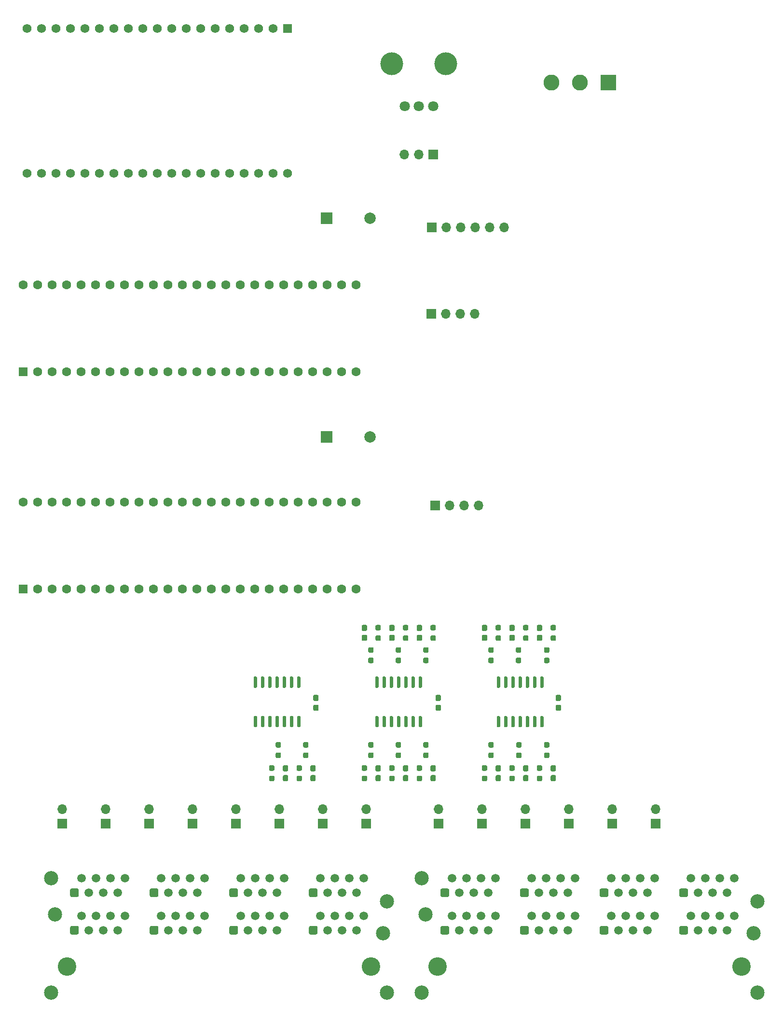
<source format=gbs>
%TF.GenerationSoftware,KiCad,Pcbnew,(5.1.9-0-10_14)*%
%TF.CreationDate,2021-06-23T09:28:56+02:00*%
%TF.ProjectId,MechanicalTheatre,4d656368-616e-4696-9361-6c5468656174,rev?*%
%TF.SameCoordinates,Original*%
%TF.FileFunction,Soldermask,Bot*%
%TF.FilePolarity,Negative*%
%FSLAX46Y46*%
G04 Gerber Fmt 4.6, Leading zero omitted, Abs format (unit mm)*
G04 Created by KiCad (PCBNEW (5.1.9-0-10_14)) date 2021-06-23 09:28:56*
%MOMM*%
%LPD*%
G01*
G04 APERTURE LIST*
%ADD10C,2.500000*%
%ADD11C,1.500000*%
%ADD12C,3.250000*%
%ADD13O,1.700000X1.700000*%
%ADD14R,1.700000X1.700000*%
%ADD15C,1.600000*%
%ADD16R,1.600000X1.600000*%
%ADD17C,1.560000*%
%ADD18R,1.560000X1.560000*%
%ADD19C,4.000000*%
%ADD20C,1.800000*%
%ADD21C,2.800000*%
%ADD22R,2.800000X2.800000*%
%ADD23C,2.000000*%
%ADD24R,2.000000X2.000000*%
G04 APERTURE END LIST*
D10*
%TO.C,J12*%
X163460000Y-219570000D03*
X104540000Y-219570000D03*
X104540000Y-199540000D03*
X163460000Y-203600000D03*
X105205000Y-205850000D03*
D11*
X159390000Y-199540000D03*
X158130000Y-202080000D03*
X156850000Y-199540000D03*
X155590000Y-202080000D03*
X154310000Y-199540000D03*
X153050000Y-202080000D03*
X151770000Y-199540000D03*
G36*
G01*
X149760000Y-202579500D02*
X149760000Y-201580500D01*
G75*
G02*
X150010500Y-201330000I250500J0D01*
G01*
X151009500Y-201330000D01*
G75*
G02*
X151260000Y-201580500I0J-250500D01*
G01*
X151260000Y-202579500D01*
G75*
G02*
X151009500Y-202830000I-250500J0D01*
G01*
X150010500Y-202830000D01*
G75*
G02*
X149760000Y-202579500I0J250500D01*
G01*
G37*
X111140000Y-202080000D03*
G36*
G01*
X107850000Y-202579500D02*
X107850000Y-201580500D01*
G75*
G02*
X108100500Y-201330000I250500J0D01*
G01*
X109099500Y-201330000D01*
G75*
G02*
X109350000Y-201580500I0J-250500D01*
G01*
X109350000Y-202579500D01*
G75*
G02*
X109099500Y-202830000I-250500J0D01*
G01*
X108100500Y-202830000D01*
G75*
G02*
X107850000Y-202579500I0J250500D01*
G01*
G37*
X112400000Y-199540000D03*
X117480000Y-199540000D03*
X109860000Y-199540000D03*
X113680000Y-202080000D03*
X114940000Y-199540000D03*
X116220000Y-202080000D03*
X123830000Y-199540000D03*
X131450000Y-199540000D03*
X126370000Y-199540000D03*
G36*
G01*
X121820000Y-202579500D02*
X121820000Y-201580500D01*
G75*
G02*
X122070500Y-201330000I250500J0D01*
G01*
X123069500Y-201330000D01*
G75*
G02*
X123320000Y-201580500I0J-250500D01*
G01*
X123320000Y-202579500D01*
G75*
G02*
X123069500Y-202830000I-250500J0D01*
G01*
X122070500Y-202830000D01*
G75*
G02*
X121820000Y-202579500I0J250500D01*
G01*
G37*
X125110000Y-202080000D03*
X130190000Y-202080000D03*
X128910000Y-199540000D03*
X127650000Y-202080000D03*
X137800000Y-199540000D03*
X145420000Y-199540000D03*
X140340000Y-199540000D03*
G36*
G01*
X135790000Y-202579500D02*
X135790000Y-201580500D01*
G75*
G02*
X136040500Y-201330000I250500J0D01*
G01*
X137039500Y-201330000D01*
G75*
G02*
X137290000Y-201580500I0J-250500D01*
G01*
X137290000Y-202579500D01*
G75*
G02*
X137039500Y-202830000I-250500J0D01*
G01*
X136040500Y-202830000D01*
G75*
G02*
X135790000Y-202579500I0J250500D01*
G01*
G37*
X139080000Y-202080000D03*
X144160000Y-202080000D03*
X142880000Y-199540000D03*
X141620000Y-202080000D03*
X141620000Y-208650000D03*
X142880000Y-206110000D03*
X144160000Y-208650000D03*
X139080000Y-208650000D03*
G36*
G01*
X135790000Y-209149500D02*
X135790000Y-208150500D01*
G75*
G02*
X136040500Y-207900000I250500J0D01*
G01*
X137039500Y-207900000D01*
G75*
G02*
X137290000Y-208150500I0J-250500D01*
G01*
X137290000Y-209149500D01*
G75*
G02*
X137039500Y-209400000I-250500J0D01*
G01*
X136040500Y-209400000D01*
G75*
G02*
X135790000Y-209149500I0J250500D01*
G01*
G37*
X140340000Y-206110000D03*
X145420000Y-206110000D03*
X137800000Y-206110000D03*
X127650000Y-208650000D03*
X128910000Y-206110000D03*
X130190000Y-208650000D03*
X125110000Y-208650000D03*
G36*
G01*
X121820000Y-209149500D02*
X121820000Y-208150500D01*
G75*
G02*
X122070500Y-207900000I250500J0D01*
G01*
X123069500Y-207900000D01*
G75*
G02*
X123320000Y-208150500I0J-250500D01*
G01*
X123320000Y-209149500D01*
G75*
G02*
X123069500Y-209400000I-250500J0D01*
G01*
X122070500Y-209400000D01*
G75*
G02*
X121820000Y-209149500I0J250500D01*
G01*
G37*
X126370000Y-206110000D03*
X131450000Y-206110000D03*
X123830000Y-206110000D03*
X109860000Y-206110000D03*
X117480000Y-206110000D03*
X112400000Y-206110000D03*
G36*
G01*
X107850000Y-209149500D02*
X107850000Y-208150500D01*
G75*
G02*
X108100500Y-207900000I250500J0D01*
G01*
X109099500Y-207900000D01*
G75*
G02*
X109350000Y-208150500I0J-250500D01*
G01*
X109350000Y-209149500D01*
G75*
G02*
X109099500Y-209400000I-250500J0D01*
G01*
X108100500Y-209400000D01*
G75*
G02*
X107850000Y-209149500I0J250500D01*
G01*
G37*
X111140000Y-208650000D03*
X116220000Y-208650000D03*
X114940000Y-206110000D03*
X113680000Y-208650000D03*
G36*
G01*
X149760000Y-209149500D02*
X149760000Y-208150500D01*
G75*
G02*
X150010500Y-207900000I250500J0D01*
G01*
X151009500Y-207900000D01*
G75*
G02*
X151260000Y-208150500I0J-250500D01*
G01*
X151260000Y-209149500D01*
G75*
G02*
X151009500Y-209400000I-250500J0D01*
G01*
X150010500Y-209400000D01*
G75*
G02*
X149760000Y-209149500I0J250500D01*
G01*
G37*
X151770000Y-206110000D03*
X153050000Y-208650000D03*
X154310000Y-206110000D03*
X155590000Y-208650000D03*
X156850000Y-206110000D03*
X158130000Y-208650000D03*
X159390000Y-206110000D03*
D10*
X162795000Y-209150000D03*
D12*
X107330000Y-215000000D03*
X160670000Y-215000000D03*
%TD*%
%TO.C,R18*%
G36*
G01*
X120158500Y-181546000D02*
X120633500Y-181546000D01*
G75*
G02*
X120871000Y-181783500I0J-237500D01*
G01*
X120871000Y-182283500D01*
G75*
G02*
X120633500Y-182521000I-237500J0D01*
G01*
X120158500Y-182521000D01*
G75*
G02*
X119921000Y-182283500I0J237500D01*
G01*
X119921000Y-181783500D01*
G75*
G02*
X120158500Y-181546000I237500J0D01*
G01*
G37*
G36*
G01*
X120158500Y-179721000D02*
X120633500Y-179721000D01*
G75*
G02*
X120871000Y-179958500I0J-237500D01*
G01*
X120871000Y-180458500D01*
G75*
G02*
X120633500Y-180696000I-237500J0D01*
G01*
X120158500Y-180696000D01*
G75*
G02*
X119921000Y-180458500I0J237500D01*
G01*
X119921000Y-179958500D01*
G75*
G02*
X120158500Y-179721000I237500J0D01*
G01*
G37*
%TD*%
%TO.C,R19*%
G36*
G01*
X121364500Y-177482000D02*
X121839500Y-177482000D01*
G75*
G02*
X122077000Y-177719500I0J-237500D01*
G01*
X122077000Y-178219500D01*
G75*
G02*
X121839500Y-178457000I-237500J0D01*
G01*
X121364500Y-178457000D01*
G75*
G02*
X121127000Y-178219500I0J237500D01*
G01*
X121127000Y-177719500D01*
G75*
G02*
X121364500Y-177482000I237500J0D01*
G01*
G37*
G36*
G01*
X121364500Y-175657000D02*
X121839500Y-175657000D01*
G75*
G02*
X122077000Y-175894500I0J-237500D01*
G01*
X122077000Y-176394500D01*
G75*
G02*
X121839500Y-176632000I-237500J0D01*
G01*
X121364500Y-176632000D01*
G75*
G02*
X121127000Y-176394500I0J237500D01*
G01*
X121127000Y-175894500D01*
G75*
G02*
X121364500Y-175657000I237500J0D01*
G01*
G37*
%TD*%
D13*
%TO.C,J23*%
X56660000Y-187420000D03*
D14*
X56660000Y-189960000D03*
%TD*%
D13*
%TO.C,J22*%
X145560000Y-187420000D03*
D14*
X145560000Y-189960000D03*
%TD*%
D13*
%TO.C,J21*%
X137940000Y-187420000D03*
D14*
X137940000Y-189960000D03*
%TD*%
D13*
%TO.C,J20*%
X130320000Y-187420000D03*
D14*
X130320000Y-189960000D03*
%TD*%
D13*
%TO.C,J19*%
X122700000Y-187420000D03*
D14*
X122700000Y-189960000D03*
%TD*%
D13*
%TO.C,J18*%
X94760000Y-187420000D03*
D14*
X94760000Y-189960000D03*
%TD*%
D13*
%TO.C,J17*%
X107460000Y-187420000D03*
D14*
X107460000Y-189960000D03*
%TD*%
D13*
%TO.C,J16*%
X115080000Y-187420000D03*
D14*
X115080000Y-189960000D03*
%TD*%
D13*
%TO.C,J15*%
X87140000Y-187420000D03*
D14*
X87140000Y-189960000D03*
%TD*%
D13*
%TO.C,J14*%
X79520000Y-187420000D03*
D14*
X79520000Y-189960000D03*
%TD*%
D13*
%TO.C,J13*%
X71900000Y-187420000D03*
D14*
X71900000Y-189960000D03*
%TD*%
D13*
%TO.C,J10*%
X41420000Y-187420000D03*
D14*
X41420000Y-189960000D03*
%TD*%
D13*
%TO.C,J9*%
X101473000Y-72583000D03*
X104013000Y-72583000D03*
D14*
X106553000Y-72583000D03*
%TD*%
D13*
%TO.C,J8*%
X113820000Y-100540000D03*
X111280000Y-100540000D03*
X108740000Y-100540000D03*
D14*
X106200000Y-100540000D03*
%TD*%
D13*
%TO.C,J7*%
X114554000Y-134178000D03*
X112014000Y-134178000D03*
X109474000Y-134178000D03*
D14*
X106934000Y-134178000D03*
%TD*%
D13*
%TO.C,J4*%
X118999000Y-85410000D03*
X116459000Y-85410000D03*
X113919000Y-85410000D03*
X111379000Y-85410000D03*
X108839000Y-85410000D03*
D14*
X106299000Y-85410000D03*
%TD*%
D13*
%TO.C,J3*%
X64280000Y-187420000D03*
D14*
X64280000Y-189960000D03*
%TD*%
D13*
%TO.C,J2*%
X49040000Y-187420000D03*
D14*
X49040000Y-189960000D03*
%TD*%
D15*
%TO.C,U15*%
X34610000Y-95500000D03*
X37150000Y-95500000D03*
X39690000Y-95500000D03*
X42230000Y-95500000D03*
X44770000Y-95500000D03*
X47310000Y-95500000D03*
X49850000Y-95500000D03*
X52390000Y-95500000D03*
X54930000Y-95500000D03*
X57470000Y-95500000D03*
X60010000Y-95500000D03*
X62550000Y-95500000D03*
X65090000Y-95500000D03*
X67630000Y-95500000D03*
D16*
X34610000Y-110740000D03*
D15*
X37150000Y-110740000D03*
X39690000Y-110740000D03*
X42230000Y-110740000D03*
X44770000Y-110740000D03*
X47310000Y-110740000D03*
X49850000Y-110740000D03*
X52390000Y-110740000D03*
X54930000Y-110740000D03*
X57470000Y-110740000D03*
X60010000Y-110740000D03*
X62550000Y-110740000D03*
X65090000Y-110740000D03*
X70170000Y-95500000D03*
X72710000Y-95500000D03*
X75250000Y-95500000D03*
X77790000Y-95500000D03*
X80330000Y-95500000D03*
X82870000Y-95500000D03*
X85410000Y-95500000D03*
X87950000Y-95500000D03*
X90490000Y-95500000D03*
X93030000Y-95500000D03*
X93030000Y-110740000D03*
X90490000Y-110740000D03*
X87950000Y-110740000D03*
X85410000Y-110740000D03*
X67630000Y-110740000D03*
X70170000Y-110740000D03*
X72710000Y-110740000D03*
X82870000Y-110740000D03*
X80330000Y-110740000D03*
X77790000Y-110740000D03*
X75250000Y-110740000D03*
%TD*%
%TO.C,U14*%
G36*
G01*
X83130000Y-166141000D02*
X82830000Y-166141000D01*
G75*
G02*
X82680000Y-165991000I0J150000D01*
G01*
X82680000Y-164316000D01*
G75*
G02*
X82830000Y-164166000I150000J0D01*
G01*
X83130000Y-164166000D01*
G75*
G02*
X83280000Y-164316000I0J-150000D01*
G01*
X83280000Y-165991000D01*
G75*
G02*
X83130000Y-166141000I-150000J0D01*
G01*
G37*
G36*
G01*
X81860000Y-166141000D02*
X81560000Y-166141000D01*
G75*
G02*
X81410000Y-165991000I0J150000D01*
G01*
X81410000Y-164316000D01*
G75*
G02*
X81560000Y-164166000I150000J0D01*
G01*
X81860000Y-164166000D01*
G75*
G02*
X82010000Y-164316000I0J-150000D01*
G01*
X82010000Y-165991000D01*
G75*
G02*
X81860000Y-166141000I-150000J0D01*
G01*
G37*
G36*
G01*
X80590000Y-166141000D02*
X80290000Y-166141000D01*
G75*
G02*
X80140000Y-165991000I0J150000D01*
G01*
X80140000Y-164316000D01*
G75*
G02*
X80290000Y-164166000I150000J0D01*
G01*
X80590000Y-164166000D01*
G75*
G02*
X80740000Y-164316000I0J-150000D01*
G01*
X80740000Y-165991000D01*
G75*
G02*
X80590000Y-166141000I-150000J0D01*
G01*
G37*
G36*
G01*
X79320000Y-166141000D02*
X79020000Y-166141000D01*
G75*
G02*
X78870000Y-165991000I0J150000D01*
G01*
X78870000Y-164316000D01*
G75*
G02*
X79020000Y-164166000I150000J0D01*
G01*
X79320000Y-164166000D01*
G75*
G02*
X79470000Y-164316000I0J-150000D01*
G01*
X79470000Y-165991000D01*
G75*
G02*
X79320000Y-166141000I-150000J0D01*
G01*
G37*
G36*
G01*
X78050000Y-166141000D02*
X77750000Y-166141000D01*
G75*
G02*
X77600000Y-165991000I0J150000D01*
G01*
X77600000Y-164316000D01*
G75*
G02*
X77750000Y-164166000I150000J0D01*
G01*
X78050000Y-164166000D01*
G75*
G02*
X78200000Y-164316000I0J-150000D01*
G01*
X78200000Y-165991000D01*
G75*
G02*
X78050000Y-166141000I-150000J0D01*
G01*
G37*
G36*
G01*
X76780000Y-166141000D02*
X76480000Y-166141000D01*
G75*
G02*
X76330000Y-165991000I0J150000D01*
G01*
X76330000Y-164316000D01*
G75*
G02*
X76480000Y-164166000I150000J0D01*
G01*
X76780000Y-164166000D01*
G75*
G02*
X76930000Y-164316000I0J-150000D01*
G01*
X76930000Y-165991000D01*
G75*
G02*
X76780000Y-166141000I-150000J0D01*
G01*
G37*
G36*
G01*
X75510000Y-166141000D02*
X75210000Y-166141000D01*
G75*
G02*
X75060000Y-165991000I0J150000D01*
G01*
X75060000Y-164316000D01*
G75*
G02*
X75210000Y-164166000I150000J0D01*
G01*
X75510000Y-164166000D01*
G75*
G02*
X75660000Y-164316000I0J-150000D01*
G01*
X75660000Y-165991000D01*
G75*
G02*
X75510000Y-166141000I-150000J0D01*
G01*
G37*
G36*
G01*
X75510000Y-173066000D02*
X75210000Y-173066000D01*
G75*
G02*
X75060000Y-172916000I0J150000D01*
G01*
X75060000Y-171241000D01*
G75*
G02*
X75210000Y-171091000I150000J0D01*
G01*
X75510000Y-171091000D01*
G75*
G02*
X75660000Y-171241000I0J-150000D01*
G01*
X75660000Y-172916000D01*
G75*
G02*
X75510000Y-173066000I-150000J0D01*
G01*
G37*
G36*
G01*
X76780000Y-173066000D02*
X76480000Y-173066000D01*
G75*
G02*
X76330000Y-172916000I0J150000D01*
G01*
X76330000Y-171241000D01*
G75*
G02*
X76480000Y-171091000I150000J0D01*
G01*
X76780000Y-171091000D01*
G75*
G02*
X76930000Y-171241000I0J-150000D01*
G01*
X76930000Y-172916000D01*
G75*
G02*
X76780000Y-173066000I-150000J0D01*
G01*
G37*
G36*
G01*
X78050000Y-173066000D02*
X77750000Y-173066000D01*
G75*
G02*
X77600000Y-172916000I0J150000D01*
G01*
X77600000Y-171241000D01*
G75*
G02*
X77750000Y-171091000I150000J0D01*
G01*
X78050000Y-171091000D01*
G75*
G02*
X78200000Y-171241000I0J-150000D01*
G01*
X78200000Y-172916000D01*
G75*
G02*
X78050000Y-173066000I-150000J0D01*
G01*
G37*
G36*
G01*
X79320000Y-173066000D02*
X79020000Y-173066000D01*
G75*
G02*
X78870000Y-172916000I0J150000D01*
G01*
X78870000Y-171241000D01*
G75*
G02*
X79020000Y-171091000I150000J0D01*
G01*
X79320000Y-171091000D01*
G75*
G02*
X79470000Y-171241000I0J-150000D01*
G01*
X79470000Y-172916000D01*
G75*
G02*
X79320000Y-173066000I-150000J0D01*
G01*
G37*
G36*
G01*
X80590000Y-173066000D02*
X80290000Y-173066000D01*
G75*
G02*
X80140000Y-172916000I0J150000D01*
G01*
X80140000Y-171241000D01*
G75*
G02*
X80290000Y-171091000I150000J0D01*
G01*
X80590000Y-171091000D01*
G75*
G02*
X80740000Y-171241000I0J-150000D01*
G01*
X80740000Y-172916000D01*
G75*
G02*
X80590000Y-173066000I-150000J0D01*
G01*
G37*
G36*
G01*
X81860000Y-173066000D02*
X81560000Y-173066000D01*
G75*
G02*
X81410000Y-172916000I0J150000D01*
G01*
X81410000Y-171241000D01*
G75*
G02*
X81560000Y-171091000I150000J0D01*
G01*
X81860000Y-171091000D01*
G75*
G02*
X82010000Y-171241000I0J-150000D01*
G01*
X82010000Y-172916000D01*
G75*
G02*
X81860000Y-173066000I-150000J0D01*
G01*
G37*
G36*
G01*
X83130000Y-173066000D02*
X82830000Y-173066000D01*
G75*
G02*
X82680000Y-172916000I0J150000D01*
G01*
X82680000Y-171241000D01*
G75*
G02*
X82830000Y-171091000I150000J0D01*
G01*
X83130000Y-171091000D01*
G75*
G02*
X83280000Y-171241000I0J-150000D01*
G01*
X83280000Y-172916000D01*
G75*
G02*
X83130000Y-173066000I-150000J0D01*
G01*
G37*
%TD*%
%TO.C,U10*%
G36*
G01*
X104456000Y-166141000D02*
X104156000Y-166141000D01*
G75*
G02*
X104006000Y-165991000I0J150000D01*
G01*
X104006000Y-164316000D01*
G75*
G02*
X104156000Y-164166000I150000J0D01*
G01*
X104456000Y-164166000D01*
G75*
G02*
X104606000Y-164316000I0J-150000D01*
G01*
X104606000Y-165991000D01*
G75*
G02*
X104456000Y-166141000I-150000J0D01*
G01*
G37*
G36*
G01*
X103186000Y-166141000D02*
X102886000Y-166141000D01*
G75*
G02*
X102736000Y-165991000I0J150000D01*
G01*
X102736000Y-164316000D01*
G75*
G02*
X102886000Y-164166000I150000J0D01*
G01*
X103186000Y-164166000D01*
G75*
G02*
X103336000Y-164316000I0J-150000D01*
G01*
X103336000Y-165991000D01*
G75*
G02*
X103186000Y-166141000I-150000J0D01*
G01*
G37*
G36*
G01*
X101916000Y-166141000D02*
X101616000Y-166141000D01*
G75*
G02*
X101466000Y-165991000I0J150000D01*
G01*
X101466000Y-164316000D01*
G75*
G02*
X101616000Y-164166000I150000J0D01*
G01*
X101916000Y-164166000D01*
G75*
G02*
X102066000Y-164316000I0J-150000D01*
G01*
X102066000Y-165991000D01*
G75*
G02*
X101916000Y-166141000I-150000J0D01*
G01*
G37*
G36*
G01*
X100646000Y-166141000D02*
X100346000Y-166141000D01*
G75*
G02*
X100196000Y-165991000I0J150000D01*
G01*
X100196000Y-164316000D01*
G75*
G02*
X100346000Y-164166000I150000J0D01*
G01*
X100646000Y-164166000D01*
G75*
G02*
X100796000Y-164316000I0J-150000D01*
G01*
X100796000Y-165991000D01*
G75*
G02*
X100646000Y-166141000I-150000J0D01*
G01*
G37*
G36*
G01*
X99376000Y-166141000D02*
X99076000Y-166141000D01*
G75*
G02*
X98926000Y-165991000I0J150000D01*
G01*
X98926000Y-164316000D01*
G75*
G02*
X99076000Y-164166000I150000J0D01*
G01*
X99376000Y-164166000D01*
G75*
G02*
X99526000Y-164316000I0J-150000D01*
G01*
X99526000Y-165991000D01*
G75*
G02*
X99376000Y-166141000I-150000J0D01*
G01*
G37*
G36*
G01*
X98106000Y-166141000D02*
X97806000Y-166141000D01*
G75*
G02*
X97656000Y-165991000I0J150000D01*
G01*
X97656000Y-164316000D01*
G75*
G02*
X97806000Y-164166000I150000J0D01*
G01*
X98106000Y-164166000D01*
G75*
G02*
X98256000Y-164316000I0J-150000D01*
G01*
X98256000Y-165991000D01*
G75*
G02*
X98106000Y-166141000I-150000J0D01*
G01*
G37*
G36*
G01*
X96836000Y-166141000D02*
X96536000Y-166141000D01*
G75*
G02*
X96386000Y-165991000I0J150000D01*
G01*
X96386000Y-164316000D01*
G75*
G02*
X96536000Y-164166000I150000J0D01*
G01*
X96836000Y-164166000D01*
G75*
G02*
X96986000Y-164316000I0J-150000D01*
G01*
X96986000Y-165991000D01*
G75*
G02*
X96836000Y-166141000I-150000J0D01*
G01*
G37*
G36*
G01*
X96836000Y-173066000D02*
X96536000Y-173066000D01*
G75*
G02*
X96386000Y-172916000I0J150000D01*
G01*
X96386000Y-171241000D01*
G75*
G02*
X96536000Y-171091000I150000J0D01*
G01*
X96836000Y-171091000D01*
G75*
G02*
X96986000Y-171241000I0J-150000D01*
G01*
X96986000Y-172916000D01*
G75*
G02*
X96836000Y-173066000I-150000J0D01*
G01*
G37*
G36*
G01*
X98106000Y-173066000D02*
X97806000Y-173066000D01*
G75*
G02*
X97656000Y-172916000I0J150000D01*
G01*
X97656000Y-171241000D01*
G75*
G02*
X97806000Y-171091000I150000J0D01*
G01*
X98106000Y-171091000D01*
G75*
G02*
X98256000Y-171241000I0J-150000D01*
G01*
X98256000Y-172916000D01*
G75*
G02*
X98106000Y-173066000I-150000J0D01*
G01*
G37*
G36*
G01*
X99376000Y-173066000D02*
X99076000Y-173066000D01*
G75*
G02*
X98926000Y-172916000I0J150000D01*
G01*
X98926000Y-171241000D01*
G75*
G02*
X99076000Y-171091000I150000J0D01*
G01*
X99376000Y-171091000D01*
G75*
G02*
X99526000Y-171241000I0J-150000D01*
G01*
X99526000Y-172916000D01*
G75*
G02*
X99376000Y-173066000I-150000J0D01*
G01*
G37*
G36*
G01*
X100646000Y-173066000D02*
X100346000Y-173066000D01*
G75*
G02*
X100196000Y-172916000I0J150000D01*
G01*
X100196000Y-171241000D01*
G75*
G02*
X100346000Y-171091000I150000J0D01*
G01*
X100646000Y-171091000D01*
G75*
G02*
X100796000Y-171241000I0J-150000D01*
G01*
X100796000Y-172916000D01*
G75*
G02*
X100646000Y-173066000I-150000J0D01*
G01*
G37*
G36*
G01*
X101916000Y-173066000D02*
X101616000Y-173066000D01*
G75*
G02*
X101466000Y-172916000I0J150000D01*
G01*
X101466000Y-171241000D01*
G75*
G02*
X101616000Y-171091000I150000J0D01*
G01*
X101916000Y-171091000D01*
G75*
G02*
X102066000Y-171241000I0J-150000D01*
G01*
X102066000Y-172916000D01*
G75*
G02*
X101916000Y-173066000I-150000J0D01*
G01*
G37*
G36*
G01*
X103186000Y-173066000D02*
X102886000Y-173066000D01*
G75*
G02*
X102736000Y-172916000I0J150000D01*
G01*
X102736000Y-171241000D01*
G75*
G02*
X102886000Y-171091000I150000J0D01*
G01*
X103186000Y-171091000D01*
G75*
G02*
X103336000Y-171241000I0J-150000D01*
G01*
X103336000Y-172916000D01*
G75*
G02*
X103186000Y-173066000I-150000J0D01*
G01*
G37*
G36*
G01*
X104456000Y-173066000D02*
X104156000Y-173066000D01*
G75*
G02*
X104006000Y-172916000I0J150000D01*
G01*
X104006000Y-171241000D01*
G75*
G02*
X104156000Y-171091000I150000J0D01*
G01*
X104456000Y-171091000D01*
G75*
G02*
X104606000Y-171241000I0J-150000D01*
G01*
X104606000Y-172916000D01*
G75*
G02*
X104456000Y-173066000I-150000J0D01*
G01*
G37*
%TD*%
%TO.C,U6*%
G36*
G01*
X125781000Y-166141000D02*
X125481000Y-166141000D01*
G75*
G02*
X125331000Y-165991000I0J150000D01*
G01*
X125331000Y-164316000D01*
G75*
G02*
X125481000Y-164166000I150000J0D01*
G01*
X125781000Y-164166000D01*
G75*
G02*
X125931000Y-164316000I0J-150000D01*
G01*
X125931000Y-165991000D01*
G75*
G02*
X125781000Y-166141000I-150000J0D01*
G01*
G37*
G36*
G01*
X124511000Y-166141000D02*
X124211000Y-166141000D01*
G75*
G02*
X124061000Y-165991000I0J150000D01*
G01*
X124061000Y-164316000D01*
G75*
G02*
X124211000Y-164166000I150000J0D01*
G01*
X124511000Y-164166000D01*
G75*
G02*
X124661000Y-164316000I0J-150000D01*
G01*
X124661000Y-165991000D01*
G75*
G02*
X124511000Y-166141000I-150000J0D01*
G01*
G37*
G36*
G01*
X123241000Y-166141000D02*
X122941000Y-166141000D01*
G75*
G02*
X122791000Y-165991000I0J150000D01*
G01*
X122791000Y-164316000D01*
G75*
G02*
X122941000Y-164166000I150000J0D01*
G01*
X123241000Y-164166000D01*
G75*
G02*
X123391000Y-164316000I0J-150000D01*
G01*
X123391000Y-165991000D01*
G75*
G02*
X123241000Y-166141000I-150000J0D01*
G01*
G37*
G36*
G01*
X121971000Y-166141000D02*
X121671000Y-166141000D01*
G75*
G02*
X121521000Y-165991000I0J150000D01*
G01*
X121521000Y-164316000D01*
G75*
G02*
X121671000Y-164166000I150000J0D01*
G01*
X121971000Y-164166000D01*
G75*
G02*
X122121000Y-164316000I0J-150000D01*
G01*
X122121000Y-165991000D01*
G75*
G02*
X121971000Y-166141000I-150000J0D01*
G01*
G37*
G36*
G01*
X120701000Y-166141000D02*
X120401000Y-166141000D01*
G75*
G02*
X120251000Y-165991000I0J150000D01*
G01*
X120251000Y-164316000D01*
G75*
G02*
X120401000Y-164166000I150000J0D01*
G01*
X120701000Y-164166000D01*
G75*
G02*
X120851000Y-164316000I0J-150000D01*
G01*
X120851000Y-165991000D01*
G75*
G02*
X120701000Y-166141000I-150000J0D01*
G01*
G37*
G36*
G01*
X119431000Y-166141000D02*
X119131000Y-166141000D01*
G75*
G02*
X118981000Y-165991000I0J150000D01*
G01*
X118981000Y-164316000D01*
G75*
G02*
X119131000Y-164166000I150000J0D01*
G01*
X119431000Y-164166000D01*
G75*
G02*
X119581000Y-164316000I0J-150000D01*
G01*
X119581000Y-165991000D01*
G75*
G02*
X119431000Y-166141000I-150000J0D01*
G01*
G37*
G36*
G01*
X118161000Y-166141000D02*
X117861000Y-166141000D01*
G75*
G02*
X117711000Y-165991000I0J150000D01*
G01*
X117711000Y-164316000D01*
G75*
G02*
X117861000Y-164166000I150000J0D01*
G01*
X118161000Y-164166000D01*
G75*
G02*
X118311000Y-164316000I0J-150000D01*
G01*
X118311000Y-165991000D01*
G75*
G02*
X118161000Y-166141000I-150000J0D01*
G01*
G37*
G36*
G01*
X118161000Y-173066000D02*
X117861000Y-173066000D01*
G75*
G02*
X117711000Y-172916000I0J150000D01*
G01*
X117711000Y-171241000D01*
G75*
G02*
X117861000Y-171091000I150000J0D01*
G01*
X118161000Y-171091000D01*
G75*
G02*
X118311000Y-171241000I0J-150000D01*
G01*
X118311000Y-172916000D01*
G75*
G02*
X118161000Y-173066000I-150000J0D01*
G01*
G37*
G36*
G01*
X119431000Y-173066000D02*
X119131000Y-173066000D01*
G75*
G02*
X118981000Y-172916000I0J150000D01*
G01*
X118981000Y-171241000D01*
G75*
G02*
X119131000Y-171091000I150000J0D01*
G01*
X119431000Y-171091000D01*
G75*
G02*
X119581000Y-171241000I0J-150000D01*
G01*
X119581000Y-172916000D01*
G75*
G02*
X119431000Y-173066000I-150000J0D01*
G01*
G37*
G36*
G01*
X120701000Y-173066000D02*
X120401000Y-173066000D01*
G75*
G02*
X120251000Y-172916000I0J150000D01*
G01*
X120251000Y-171241000D01*
G75*
G02*
X120401000Y-171091000I150000J0D01*
G01*
X120701000Y-171091000D01*
G75*
G02*
X120851000Y-171241000I0J-150000D01*
G01*
X120851000Y-172916000D01*
G75*
G02*
X120701000Y-173066000I-150000J0D01*
G01*
G37*
G36*
G01*
X121971000Y-173066000D02*
X121671000Y-173066000D01*
G75*
G02*
X121521000Y-172916000I0J150000D01*
G01*
X121521000Y-171241000D01*
G75*
G02*
X121671000Y-171091000I150000J0D01*
G01*
X121971000Y-171091000D01*
G75*
G02*
X122121000Y-171241000I0J-150000D01*
G01*
X122121000Y-172916000D01*
G75*
G02*
X121971000Y-173066000I-150000J0D01*
G01*
G37*
G36*
G01*
X123241000Y-173066000D02*
X122941000Y-173066000D01*
G75*
G02*
X122791000Y-172916000I0J150000D01*
G01*
X122791000Y-171241000D01*
G75*
G02*
X122941000Y-171091000I150000J0D01*
G01*
X123241000Y-171091000D01*
G75*
G02*
X123391000Y-171241000I0J-150000D01*
G01*
X123391000Y-172916000D01*
G75*
G02*
X123241000Y-173066000I-150000J0D01*
G01*
G37*
G36*
G01*
X124511000Y-173066000D02*
X124211000Y-173066000D01*
G75*
G02*
X124061000Y-172916000I0J150000D01*
G01*
X124061000Y-171241000D01*
G75*
G02*
X124211000Y-171091000I150000J0D01*
G01*
X124511000Y-171091000D01*
G75*
G02*
X124661000Y-171241000I0J-150000D01*
G01*
X124661000Y-172916000D01*
G75*
G02*
X124511000Y-173066000I-150000J0D01*
G01*
G37*
G36*
G01*
X125781000Y-173066000D02*
X125481000Y-173066000D01*
G75*
G02*
X125331000Y-172916000I0J150000D01*
G01*
X125331000Y-171241000D01*
G75*
G02*
X125481000Y-171091000I150000J0D01*
G01*
X125781000Y-171091000D01*
G75*
G02*
X125931000Y-171241000I0J-150000D01*
G01*
X125931000Y-172916000D01*
G75*
G02*
X125781000Y-173066000I-150000J0D01*
G01*
G37*
%TD*%
D17*
%TO.C,U2*%
X35320000Y-75942000D03*
X37860000Y-75942000D03*
X40400000Y-75942000D03*
X42940000Y-75942000D03*
X45480000Y-75942000D03*
X48020000Y-75942000D03*
X50560000Y-75942000D03*
X53100000Y-75942000D03*
X55640000Y-75942000D03*
X58180000Y-75942000D03*
X60720000Y-75942000D03*
X63260000Y-75942000D03*
X65800000Y-75942000D03*
X68340000Y-75942000D03*
X70880000Y-75942000D03*
X73420000Y-75942000D03*
X75960000Y-75942000D03*
X78500000Y-75942000D03*
X81040000Y-75942000D03*
X37860000Y-50542000D03*
X40400000Y-50542000D03*
X42940000Y-50542000D03*
X45480000Y-50542000D03*
X48020000Y-50542000D03*
X50560000Y-50542000D03*
X53100000Y-50542000D03*
X55640000Y-50542000D03*
X58180000Y-50542000D03*
X60720000Y-50542000D03*
X63260000Y-50542000D03*
X65800000Y-50542000D03*
X68340000Y-50542000D03*
X70880000Y-50542000D03*
X73420000Y-50542000D03*
X75960000Y-50542000D03*
X35320000Y-50542000D03*
X78500000Y-50542000D03*
D18*
X81040000Y-50542000D03*
%TD*%
D19*
%TO.C,RV1*%
X108802000Y-56673000D03*
X99302000Y-56673000D03*
D20*
X106552000Y-64173000D03*
X104052000Y-64173000D03*
X101552000Y-64173000D03*
%TD*%
%TO.C,R67*%
G36*
G01*
X79137500Y-177482000D02*
X79612500Y-177482000D01*
G75*
G02*
X79850000Y-177719500I0J-237500D01*
G01*
X79850000Y-178219500D01*
G75*
G02*
X79612500Y-178457000I-237500J0D01*
G01*
X79137500Y-178457000D01*
G75*
G02*
X78900000Y-178219500I0J237500D01*
G01*
X78900000Y-177719500D01*
G75*
G02*
X79137500Y-177482000I237500J0D01*
G01*
G37*
G36*
G01*
X79137500Y-175657000D02*
X79612500Y-175657000D01*
G75*
G02*
X79850000Y-175894500I0J-237500D01*
G01*
X79850000Y-176394500D01*
G75*
G02*
X79612500Y-176632000I-237500J0D01*
G01*
X79137500Y-176632000D01*
G75*
G02*
X78900000Y-176394500I0J237500D01*
G01*
X78900000Y-175894500D01*
G75*
G02*
X79137500Y-175657000I237500J0D01*
G01*
G37*
%TD*%
%TO.C,R66*%
G36*
G01*
X77994500Y-181546000D02*
X78469500Y-181546000D01*
G75*
G02*
X78707000Y-181783500I0J-237500D01*
G01*
X78707000Y-182283500D01*
G75*
G02*
X78469500Y-182521000I-237500J0D01*
G01*
X77994500Y-182521000D01*
G75*
G02*
X77757000Y-182283500I0J237500D01*
G01*
X77757000Y-181783500D01*
G75*
G02*
X77994500Y-181546000I237500J0D01*
G01*
G37*
G36*
G01*
X77994500Y-179721000D02*
X78469500Y-179721000D01*
G75*
G02*
X78707000Y-179958500I0J-237500D01*
G01*
X78707000Y-180458500D01*
G75*
G02*
X78469500Y-180696000I-237500J0D01*
G01*
X77994500Y-180696000D01*
G75*
G02*
X77757000Y-180458500I0J237500D01*
G01*
X77757000Y-179958500D01*
G75*
G02*
X77994500Y-179721000I237500J0D01*
G01*
G37*
%TD*%
%TO.C,R63*%
G36*
G01*
X83963500Y-177482000D02*
X84438500Y-177482000D01*
G75*
G02*
X84676000Y-177719500I0J-237500D01*
G01*
X84676000Y-178219500D01*
G75*
G02*
X84438500Y-178457000I-237500J0D01*
G01*
X83963500Y-178457000D01*
G75*
G02*
X83726000Y-178219500I0J237500D01*
G01*
X83726000Y-177719500D01*
G75*
G02*
X83963500Y-177482000I237500J0D01*
G01*
G37*
G36*
G01*
X83963500Y-175657000D02*
X84438500Y-175657000D01*
G75*
G02*
X84676000Y-175894500I0J-237500D01*
G01*
X84676000Y-176394500D01*
G75*
G02*
X84438500Y-176632000I-237500J0D01*
G01*
X83963500Y-176632000D01*
G75*
G02*
X83726000Y-176394500I0J237500D01*
G01*
X83726000Y-175894500D01*
G75*
G02*
X83963500Y-175657000I237500J0D01*
G01*
G37*
%TD*%
%TO.C,R62*%
G36*
G01*
X82820500Y-181546000D02*
X83295500Y-181546000D01*
G75*
G02*
X83533000Y-181783500I0J-237500D01*
G01*
X83533000Y-182283500D01*
G75*
G02*
X83295500Y-182521000I-237500J0D01*
G01*
X82820500Y-182521000D01*
G75*
G02*
X82583000Y-182283500I0J237500D01*
G01*
X82583000Y-181783500D01*
G75*
G02*
X82820500Y-181546000I237500J0D01*
G01*
G37*
G36*
G01*
X82820500Y-179721000D02*
X83295500Y-179721000D01*
G75*
G02*
X83533000Y-179958500I0J-237500D01*
G01*
X83533000Y-180458500D01*
G75*
G02*
X83295500Y-180696000I-237500J0D01*
G01*
X82820500Y-180696000D01*
G75*
G02*
X82583000Y-180458500I0J237500D01*
G01*
X82583000Y-179958500D01*
G75*
G02*
X82820500Y-179721000I237500J0D01*
G01*
G37*
%TD*%
%TO.C,R59*%
G36*
G01*
X105520500Y-159995000D02*
X105045500Y-159995000D01*
G75*
G02*
X104808000Y-159757500I0J237500D01*
G01*
X104808000Y-159257500D01*
G75*
G02*
X105045500Y-159020000I237500J0D01*
G01*
X105520500Y-159020000D01*
G75*
G02*
X105758000Y-159257500I0J-237500D01*
G01*
X105758000Y-159757500D01*
G75*
G02*
X105520500Y-159995000I-237500J0D01*
G01*
G37*
G36*
G01*
X105520500Y-161820000D02*
X105045500Y-161820000D01*
G75*
G02*
X104808000Y-161582500I0J237500D01*
G01*
X104808000Y-161082500D01*
G75*
G02*
X105045500Y-160845000I237500J0D01*
G01*
X105520500Y-160845000D01*
G75*
G02*
X105758000Y-161082500I0J-237500D01*
G01*
X105758000Y-161582500D01*
G75*
G02*
X105520500Y-161820000I-237500J0D01*
G01*
G37*
%TD*%
%TO.C,R58*%
G36*
G01*
X106790500Y-156081000D02*
X106315500Y-156081000D01*
G75*
G02*
X106078000Y-155843500I0J237500D01*
G01*
X106078000Y-155343500D01*
G75*
G02*
X106315500Y-155106000I237500J0D01*
G01*
X106790500Y-155106000D01*
G75*
G02*
X107028000Y-155343500I0J-237500D01*
G01*
X107028000Y-155843500D01*
G75*
G02*
X106790500Y-156081000I-237500J0D01*
G01*
G37*
G36*
G01*
X106790500Y-157906000D02*
X106315500Y-157906000D01*
G75*
G02*
X106078000Y-157668500I0J237500D01*
G01*
X106078000Y-157168500D01*
G75*
G02*
X106315500Y-156931000I237500J0D01*
G01*
X106790500Y-156931000D01*
G75*
G02*
X107028000Y-157168500I0J-237500D01*
G01*
X107028000Y-157668500D01*
G75*
G02*
X106790500Y-157906000I-237500J0D01*
G01*
G37*
%TD*%
%TO.C,R55*%
G36*
G01*
X100694500Y-159995000D02*
X100219500Y-159995000D01*
G75*
G02*
X99982000Y-159757500I0J237500D01*
G01*
X99982000Y-159257500D01*
G75*
G02*
X100219500Y-159020000I237500J0D01*
G01*
X100694500Y-159020000D01*
G75*
G02*
X100932000Y-159257500I0J-237500D01*
G01*
X100932000Y-159757500D01*
G75*
G02*
X100694500Y-159995000I-237500J0D01*
G01*
G37*
G36*
G01*
X100694500Y-161820000D02*
X100219500Y-161820000D01*
G75*
G02*
X99982000Y-161582500I0J237500D01*
G01*
X99982000Y-161082500D01*
G75*
G02*
X100219500Y-160845000I237500J0D01*
G01*
X100694500Y-160845000D01*
G75*
G02*
X100932000Y-161082500I0J-237500D01*
G01*
X100932000Y-161582500D01*
G75*
G02*
X100694500Y-161820000I-237500J0D01*
G01*
G37*
%TD*%
%TO.C,R54*%
G36*
G01*
X101964500Y-156081000D02*
X101489500Y-156081000D01*
G75*
G02*
X101252000Y-155843500I0J237500D01*
G01*
X101252000Y-155343500D01*
G75*
G02*
X101489500Y-155106000I237500J0D01*
G01*
X101964500Y-155106000D01*
G75*
G02*
X102202000Y-155343500I0J-237500D01*
G01*
X102202000Y-155843500D01*
G75*
G02*
X101964500Y-156081000I-237500J0D01*
G01*
G37*
G36*
G01*
X101964500Y-157906000D02*
X101489500Y-157906000D01*
G75*
G02*
X101252000Y-157668500I0J237500D01*
G01*
X101252000Y-157168500D01*
G75*
G02*
X101489500Y-156931000I237500J0D01*
G01*
X101964500Y-156931000D01*
G75*
G02*
X102202000Y-157168500I0J-237500D01*
G01*
X102202000Y-157668500D01*
G75*
G02*
X101964500Y-157906000I-237500J0D01*
G01*
G37*
%TD*%
%TO.C,R51*%
G36*
G01*
X100694500Y-176632000D02*
X100219500Y-176632000D01*
G75*
G02*
X99982000Y-176394500I0J237500D01*
G01*
X99982000Y-175894500D01*
G75*
G02*
X100219500Y-175657000I237500J0D01*
G01*
X100694500Y-175657000D01*
G75*
G02*
X100932000Y-175894500I0J-237500D01*
G01*
X100932000Y-176394500D01*
G75*
G02*
X100694500Y-176632000I-237500J0D01*
G01*
G37*
G36*
G01*
X100694500Y-178457000D02*
X100219500Y-178457000D01*
G75*
G02*
X99982000Y-178219500I0J237500D01*
G01*
X99982000Y-177719500D01*
G75*
G02*
X100219500Y-177482000I237500J0D01*
G01*
X100694500Y-177482000D01*
G75*
G02*
X100932000Y-177719500I0J-237500D01*
G01*
X100932000Y-178219500D01*
G75*
G02*
X100694500Y-178457000I-237500J0D01*
G01*
G37*
%TD*%
%TO.C,R50*%
G36*
G01*
X99076500Y-181546000D02*
X99551500Y-181546000D01*
G75*
G02*
X99789000Y-181783500I0J-237500D01*
G01*
X99789000Y-182283500D01*
G75*
G02*
X99551500Y-182521000I-237500J0D01*
G01*
X99076500Y-182521000D01*
G75*
G02*
X98839000Y-182283500I0J237500D01*
G01*
X98839000Y-181783500D01*
G75*
G02*
X99076500Y-181546000I237500J0D01*
G01*
G37*
G36*
G01*
X99076500Y-179721000D02*
X99551500Y-179721000D01*
G75*
G02*
X99789000Y-179958500I0J-237500D01*
G01*
X99789000Y-180458500D01*
G75*
G02*
X99551500Y-180696000I-237500J0D01*
G01*
X99076500Y-180696000D01*
G75*
G02*
X98839000Y-180458500I0J237500D01*
G01*
X98839000Y-179958500D01*
G75*
G02*
X99076500Y-179721000I237500J0D01*
G01*
G37*
%TD*%
%TO.C,R47*%
G36*
G01*
X95393500Y-177482000D02*
X95868500Y-177482000D01*
G75*
G02*
X96106000Y-177719500I0J-237500D01*
G01*
X96106000Y-178219500D01*
G75*
G02*
X95868500Y-178457000I-237500J0D01*
G01*
X95393500Y-178457000D01*
G75*
G02*
X95156000Y-178219500I0J237500D01*
G01*
X95156000Y-177719500D01*
G75*
G02*
X95393500Y-177482000I237500J0D01*
G01*
G37*
G36*
G01*
X95393500Y-175657000D02*
X95868500Y-175657000D01*
G75*
G02*
X96106000Y-175894500I0J-237500D01*
G01*
X96106000Y-176394500D01*
G75*
G02*
X95868500Y-176632000I-237500J0D01*
G01*
X95393500Y-176632000D01*
G75*
G02*
X95156000Y-176394500I0J237500D01*
G01*
X95156000Y-175894500D01*
G75*
G02*
X95393500Y-175657000I237500J0D01*
G01*
G37*
%TD*%
%TO.C,R46*%
G36*
G01*
X94250500Y-181546000D02*
X94725500Y-181546000D01*
G75*
G02*
X94963000Y-181783500I0J-237500D01*
G01*
X94963000Y-182283500D01*
G75*
G02*
X94725500Y-182521000I-237500J0D01*
G01*
X94250500Y-182521000D01*
G75*
G02*
X94013000Y-182283500I0J237500D01*
G01*
X94013000Y-181783500D01*
G75*
G02*
X94250500Y-181546000I237500J0D01*
G01*
G37*
G36*
G01*
X94250500Y-179721000D02*
X94725500Y-179721000D01*
G75*
G02*
X94963000Y-179958500I0J-237500D01*
G01*
X94963000Y-180458500D01*
G75*
G02*
X94725500Y-180696000I-237500J0D01*
G01*
X94250500Y-180696000D01*
G75*
G02*
X94013000Y-180458500I0J237500D01*
G01*
X94013000Y-179958500D01*
G75*
G02*
X94250500Y-179721000I237500J0D01*
G01*
G37*
%TD*%
%TO.C,R43*%
G36*
G01*
X95868500Y-159995000D02*
X95393500Y-159995000D01*
G75*
G02*
X95156000Y-159757500I0J237500D01*
G01*
X95156000Y-159257500D01*
G75*
G02*
X95393500Y-159020000I237500J0D01*
G01*
X95868500Y-159020000D01*
G75*
G02*
X96106000Y-159257500I0J-237500D01*
G01*
X96106000Y-159757500D01*
G75*
G02*
X95868500Y-159995000I-237500J0D01*
G01*
G37*
G36*
G01*
X95868500Y-161820000D02*
X95393500Y-161820000D01*
G75*
G02*
X95156000Y-161582500I0J237500D01*
G01*
X95156000Y-161082500D01*
G75*
G02*
X95393500Y-160845000I237500J0D01*
G01*
X95868500Y-160845000D01*
G75*
G02*
X96106000Y-161082500I0J-237500D01*
G01*
X96106000Y-161582500D01*
G75*
G02*
X95868500Y-161820000I-237500J0D01*
G01*
G37*
%TD*%
%TO.C,R42*%
G36*
G01*
X97138500Y-156081000D02*
X96663500Y-156081000D01*
G75*
G02*
X96426000Y-155843500I0J237500D01*
G01*
X96426000Y-155343500D01*
G75*
G02*
X96663500Y-155106000I237500J0D01*
G01*
X97138500Y-155106000D01*
G75*
G02*
X97376000Y-155343500I0J-237500D01*
G01*
X97376000Y-155843500D01*
G75*
G02*
X97138500Y-156081000I-237500J0D01*
G01*
G37*
G36*
G01*
X97138500Y-157906000D02*
X96663500Y-157906000D01*
G75*
G02*
X96426000Y-157668500I0J237500D01*
G01*
X96426000Y-157168500D01*
G75*
G02*
X96663500Y-156931000I237500J0D01*
G01*
X97138500Y-156931000D01*
G75*
G02*
X97376000Y-157168500I0J-237500D01*
G01*
X97376000Y-157668500D01*
G75*
G02*
X97138500Y-157906000I-237500J0D01*
G01*
G37*
%TD*%
%TO.C,R39*%
G36*
G01*
X105045500Y-177482000D02*
X105520500Y-177482000D01*
G75*
G02*
X105758000Y-177719500I0J-237500D01*
G01*
X105758000Y-178219500D01*
G75*
G02*
X105520500Y-178457000I-237500J0D01*
G01*
X105045500Y-178457000D01*
G75*
G02*
X104808000Y-178219500I0J237500D01*
G01*
X104808000Y-177719500D01*
G75*
G02*
X105045500Y-177482000I237500J0D01*
G01*
G37*
G36*
G01*
X105045500Y-175657000D02*
X105520500Y-175657000D01*
G75*
G02*
X105758000Y-175894500I0J-237500D01*
G01*
X105758000Y-176394500D01*
G75*
G02*
X105520500Y-176632000I-237500J0D01*
G01*
X105045500Y-176632000D01*
G75*
G02*
X104808000Y-176394500I0J237500D01*
G01*
X104808000Y-175894500D01*
G75*
G02*
X105045500Y-175657000I237500J0D01*
G01*
G37*
%TD*%
%TO.C,R38*%
G36*
G01*
X103902500Y-181546000D02*
X104377500Y-181546000D01*
G75*
G02*
X104615000Y-181783500I0J-237500D01*
G01*
X104615000Y-182283500D01*
G75*
G02*
X104377500Y-182521000I-237500J0D01*
G01*
X103902500Y-182521000D01*
G75*
G02*
X103665000Y-182283500I0J237500D01*
G01*
X103665000Y-181783500D01*
G75*
G02*
X103902500Y-181546000I237500J0D01*
G01*
G37*
G36*
G01*
X103902500Y-179721000D02*
X104377500Y-179721000D01*
G75*
G02*
X104615000Y-179958500I0J-237500D01*
G01*
X104615000Y-180458500D01*
G75*
G02*
X104377500Y-180696000I-237500J0D01*
G01*
X103902500Y-180696000D01*
G75*
G02*
X103665000Y-180458500I0J237500D01*
G01*
X103665000Y-179958500D01*
G75*
G02*
X103902500Y-179721000I237500J0D01*
G01*
G37*
%TD*%
%TO.C,R35*%
G36*
G01*
X126729500Y-159995000D02*
X126254500Y-159995000D01*
G75*
G02*
X126017000Y-159757500I0J237500D01*
G01*
X126017000Y-159257500D01*
G75*
G02*
X126254500Y-159020000I237500J0D01*
G01*
X126729500Y-159020000D01*
G75*
G02*
X126967000Y-159257500I0J-237500D01*
G01*
X126967000Y-159757500D01*
G75*
G02*
X126729500Y-159995000I-237500J0D01*
G01*
G37*
G36*
G01*
X126729500Y-161820000D02*
X126254500Y-161820000D01*
G75*
G02*
X126017000Y-161582500I0J237500D01*
G01*
X126017000Y-161082500D01*
G75*
G02*
X126254500Y-160845000I237500J0D01*
G01*
X126729500Y-160845000D01*
G75*
G02*
X126967000Y-161082500I0J-237500D01*
G01*
X126967000Y-161582500D01*
G75*
G02*
X126729500Y-161820000I-237500J0D01*
G01*
G37*
%TD*%
%TO.C,R34*%
G36*
G01*
X127872500Y-156081000D02*
X127397500Y-156081000D01*
G75*
G02*
X127160000Y-155843500I0J237500D01*
G01*
X127160000Y-155343500D01*
G75*
G02*
X127397500Y-155106000I237500J0D01*
G01*
X127872500Y-155106000D01*
G75*
G02*
X128110000Y-155343500I0J-237500D01*
G01*
X128110000Y-155843500D01*
G75*
G02*
X127872500Y-156081000I-237500J0D01*
G01*
G37*
G36*
G01*
X127872500Y-157906000D02*
X127397500Y-157906000D01*
G75*
G02*
X127160000Y-157668500I0J237500D01*
G01*
X127160000Y-157168500D01*
G75*
G02*
X127397500Y-156931000I237500J0D01*
G01*
X127872500Y-156931000D01*
G75*
G02*
X128110000Y-157168500I0J-237500D01*
G01*
X128110000Y-157668500D01*
G75*
G02*
X127872500Y-157906000I-237500J0D01*
G01*
G37*
%TD*%
%TO.C,R31*%
G36*
G01*
X121776500Y-159995000D02*
X121301500Y-159995000D01*
G75*
G02*
X121064000Y-159757500I0J237500D01*
G01*
X121064000Y-159257500D01*
G75*
G02*
X121301500Y-159020000I237500J0D01*
G01*
X121776500Y-159020000D01*
G75*
G02*
X122014000Y-159257500I0J-237500D01*
G01*
X122014000Y-159757500D01*
G75*
G02*
X121776500Y-159995000I-237500J0D01*
G01*
G37*
G36*
G01*
X121776500Y-161820000D02*
X121301500Y-161820000D01*
G75*
G02*
X121064000Y-161582500I0J237500D01*
G01*
X121064000Y-161082500D01*
G75*
G02*
X121301500Y-160845000I237500J0D01*
G01*
X121776500Y-160845000D01*
G75*
G02*
X122014000Y-161082500I0J-237500D01*
G01*
X122014000Y-161582500D01*
G75*
G02*
X121776500Y-161820000I-237500J0D01*
G01*
G37*
%TD*%
%TO.C,R30*%
G36*
G01*
X123046500Y-156081000D02*
X122571500Y-156081000D01*
G75*
G02*
X122334000Y-155843500I0J237500D01*
G01*
X122334000Y-155343500D01*
G75*
G02*
X122571500Y-155106000I237500J0D01*
G01*
X123046500Y-155106000D01*
G75*
G02*
X123284000Y-155343500I0J-237500D01*
G01*
X123284000Y-155843500D01*
G75*
G02*
X123046500Y-156081000I-237500J0D01*
G01*
G37*
G36*
G01*
X123046500Y-157906000D02*
X122571500Y-157906000D01*
G75*
G02*
X122334000Y-157668500I0J237500D01*
G01*
X122334000Y-157168500D01*
G75*
G02*
X122571500Y-156931000I237500J0D01*
G01*
X123046500Y-156931000D01*
G75*
G02*
X123284000Y-157168500I0J-237500D01*
G01*
X123284000Y-157668500D01*
G75*
G02*
X123046500Y-157906000I-237500J0D01*
G01*
G37*
%TD*%
%TO.C,R27*%
G36*
G01*
X116950500Y-159995000D02*
X116475500Y-159995000D01*
G75*
G02*
X116238000Y-159757500I0J237500D01*
G01*
X116238000Y-159257500D01*
G75*
G02*
X116475500Y-159020000I237500J0D01*
G01*
X116950500Y-159020000D01*
G75*
G02*
X117188000Y-159257500I0J-237500D01*
G01*
X117188000Y-159757500D01*
G75*
G02*
X116950500Y-159995000I-237500J0D01*
G01*
G37*
G36*
G01*
X116950500Y-161820000D02*
X116475500Y-161820000D01*
G75*
G02*
X116238000Y-161582500I0J237500D01*
G01*
X116238000Y-161082500D01*
G75*
G02*
X116475500Y-160845000I237500J0D01*
G01*
X116950500Y-160845000D01*
G75*
G02*
X117188000Y-161082500I0J-237500D01*
G01*
X117188000Y-161582500D01*
G75*
G02*
X116950500Y-161820000I-237500J0D01*
G01*
G37*
%TD*%
%TO.C,R26*%
G36*
G01*
X118220500Y-156081000D02*
X117745500Y-156081000D01*
G75*
G02*
X117508000Y-155843500I0J237500D01*
G01*
X117508000Y-155343500D01*
G75*
G02*
X117745500Y-155106000I237500J0D01*
G01*
X118220500Y-155106000D01*
G75*
G02*
X118458000Y-155343500I0J-237500D01*
G01*
X118458000Y-155843500D01*
G75*
G02*
X118220500Y-156081000I-237500J0D01*
G01*
G37*
G36*
G01*
X118220500Y-157906000D02*
X117745500Y-157906000D01*
G75*
G02*
X117508000Y-157668500I0J237500D01*
G01*
X117508000Y-157168500D01*
G75*
G02*
X117745500Y-156931000I237500J0D01*
G01*
X118220500Y-156931000D01*
G75*
G02*
X118458000Y-157168500I0J-237500D01*
G01*
X118458000Y-157668500D01*
G75*
G02*
X118220500Y-157906000I-237500J0D01*
G01*
G37*
%TD*%
%TO.C,R23*%
G36*
G01*
X116475500Y-177482000D02*
X116950500Y-177482000D01*
G75*
G02*
X117188000Y-177719500I0J-237500D01*
G01*
X117188000Y-178219500D01*
G75*
G02*
X116950500Y-178457000I-237500J0D01*
G01*
X116475500Y-178457000D01*
G75*
G02*
X116238000Y-178219500I0J237500D01*
G01*
X116238000Y-177719500D01*
G75*
G02*
X116475500Y-177482000I237500J0D01*
G01*
G37*
G36*
G01*
X116475500Y-175657000D02*
X116950500Y-175657000D01*
G75*
G02*
X117188000Y-175894500I0J-237500D01*
G01*
X117188000Y-176394500D01*
G75*
G02*
X116950500Y-176632000I-237500J0D01*
G01*
X116475500Y-176632000D01*
G75*
G02*
X116238000Y-176394500I0J237500D01*
G01*
X116238000Y-175894500D01*
G75*
G02*
X116475500Y-175657000I237500J0D01*
G01*
G37*
%TD*%
%TO.C,R22*%
G36*
G01*
X115332500Y-181546000D02*
X115807500Y-181546000D01*
G75*
G02*
X116045000Y-181783500I0J-237500D01*
G01*
X116045000Y-182283500D01*
G75*
G02*
X115807500Y-182521000I-237500J0D01*
G01*
X115332500Y-182521000D01*
G75*
G02*
X115095000Y-182283500I0J237500D01*
G01*
X115095000Y-181783500D01*
G75*
G02*
X115332500Y-181546000I237500J0D01*
G01*
G37*
G36*
G01*
X115332500Y-179721000D02*
X115807500Y-179721000D01*
G75*
G02*
X116045000Y-179958500I0J-237500D01*
G01*
X116045000Y-180458500D01*
G75*
G02*
X115807500Y-180696000I-237500J0D01*
G01*
X115332500Y-180696000D01*
G75*
G02*
X115095000Y-180458500I0J237500D01*
G01*
X115095000Y-179958500D01*
G75*
G02*
X115332500Y-179721000I237500J0D01*
G01*
G37*
%TD*%
%TO.C,R17*%
G36*
G01*
X126254500Y-177482000D02*
X126729500Y-177482000D01*
G75*
G02*
X126967000Y-177719500I0J-237500D01*
G01*
X126967000Y-178219500D01*
G75*
G02*
X126729500Y-178457000I-237500J0D01*
G01*
X126254500Y-178457000D01*
G75*
G02*
X126017000Y-178219500I0J237500D01*
G01*
X126017000Y-177719500D01*
G75*
G02*
X126254500Y-177482000I237500J0D01*
G01*
G37*
G36*
G01*
X126254500Y-175657000D02*
X126729500Y-175657000D01*
G75*
G02*
X126967000Y-175894500I0J-237500D01*
G01*
X126967000Y-176394500D01*
G75*
G02*
X126729500Y-176632000I-237500J0D01*
G01*
X126254500Y-176632000D01*
G75*
G02*
X126017000Y-176394500I0J237500D01*
G01*
X126017000Y-175894500D01*
G75*
G02*
X126254500Y-175657000I237500J0D01*
G01*
G37*
%TD*%
%TO.C,R16*%
G36*
G01*
X124984500Y-181546000D02*
X125459500Y-181546000D01*
G75*
G02*
X125697000Y-181783500I0J-237500D01*
G01*
X125697000Y-182283500D01*
G75*
G02*
X125459500Y-182521000I-237500J0D01*
G01*
X124984500Y-182521000D01*
G75*
G02*
X124747000Y-182283500I0J237500D01*
G01*
X124747000Y-181783500D01*
G75*
G02*
X124984500Y-181546000I237500J0D01*
G01*
G37*
G36*
G01*
X124984500Y-179721000D02*
X125459500Y-179721000D01*
G75*
G02*
X125697000Y-179958500I0J-237500D01*
G01*
X125697000Y-180458500D01*
G75*
G02*
X125459500Y-180696000I-237500J0D01*
G01*
X124984500Y-180696000D01*
G75*
G02*
X124747000Y-180458500I0J237500D01*
G01*
X124747000Y-179958500D01*
G75*
G02*
X124984500Y-179721000I237500J0D01*
G01*
G37*
%TD*%
D10*
%TO.C,J11*%
X98460000Y-219570000D03*
X39540000Y-219570000D03*
X39540000Y-199540000D03*
X98460000Y-203600000D03*
X40205000Y-205850000D03*
D11*
X94390000Y-199540000D03*
X93130000Y-202080000D03*
X91850000Y-199540000D03*
X90590000Y-202080000D03*
X89310000Y-199540000D03*
X88050000Y-202080000D03*
X86770000Y-199540000D03*
G36*
G01*
X84760000Y-202579500D02*
X84760000Y-201580500D01*
G75*
G02*
X85010500Y-201330000I250500J0D01*
G01*
X86009500Y-201330000D01*
G75*
G02*
X86260000Y-201580500I0J-250500D01*
G01*
X86260000Y-202579500D01*
G75*
G02*
X86009500Y-202830000I-250500J0D01*
G01*
X85010500Y-202830000D01*
G75*
G02*
X84760000Y-202579500I0J250500D01*
G01*
G37*
X46140000Y-202080000D03*
G36*
G01*
X42850000Y-202579500D02*
X42850000Y-201580500D01*
G75*
G02*
X43100500Y-201330000I250500J0D01*
G01*
X44099500Y-201330000D01*
G75*
G02*
X44350000Y-201580500I0J-250500D01*
G01*
X44350000Y-202579500D01*
G75*
G02*
X44099500Y-202830000I-250500J0D01*
G01*
X43100500Y-202830000D01*
G75*
G02*
X42850000Y-202579500I0J250500D01*
G01*
G37*
X47400000Y-199540000D03*
X52480000Y-199540000D03*
X44860000Y-199540000D03*
X48680000Y-202080000D03*
X49940000Y-199540000D03*
X51220000Y-202080000D03*
X58830000Y-199540000D03*
X66450000Y-199540000D03*
X61370000Y-199540000D03*
G36*
G01*
X56820000Y-202579500D02*
X56820000Y-201580500D01*
G75*
G02*
X57070500Y-201330000I250500J0D01*
G01*
X58069500Y-201330000D01*
G75*
G02*
X58320000Y-201580500I0J-250500D01*
G01*
X58320000Y-202579500D01*
G75*
G02*
X58069500Y-202830000I-250500J0D01*
G01*
X57070500Y-202830000D01*
G75*
G02*
X56820000Y-202579500I0J250500D01*
G01*
G37*
X60110000Y-202080000D03*
X65190000Y-202080000D03*
X63910000Y-199540000D03*
X62650000Y-202080000D03*
X72800000Y-199540000D03*
X80420000Y-199540000D03*
X75340000Y-199540000D03*
G36*
G01*
X70790000Y-202579500D02*
X70790000Y-201580500D01*
G75*
G02*
X71040500Y-201330000I250500J0D01*
G01*
X72039500Y-201330000D01*
G75*
G02*
X72290000Y-201580500I0J-250500D01*
G01*
X72290000Y-202579500D01*
G75*
G02*
X72039500Y-202830000I-250500J0D01*
G01*
X71040500Y-202830000D01*
G75*
G02*
X70790000Y-202579500I0J250500D01*
G01*
G37*
X74080000Y-202080000D03*
X79160000Y-202080000D03*
X77880000Y-199540000D03*
X76620000Y-202080000D03*
X76620000Y-208650000D03*
X77880000Y-206110000D03*
X79160000Y-208650000D03*
X74080000Y-208650000D03*
G36*
G01*
X70790000Y-209149500D02*
X70790000Y-208150500D01*
G75*
G02*
X71040500Y-207900000I250500J0D01*
G01*
X72039500Y-207900000D01*
G75*
G02*
X72290000Y-208150500I0J-250500D01*
G01*
X72290000Y-209149500D01*
G75*
G02*
X72039500Y-209400000I-250500J0D01*
G01*
X71040500Y-209400000D01*
G75*
G02*
X70790000Y-209149500I0J250500D01*
G01*
G37*
X75340000Y-206110000D03*
X80420000Y-206110000D03*
X72800000Y-206110000D03*
X62650000Y-208650000D03*
X63910000Y-206110000D03*
X65190000Y-208650000D03*
X60110000Y-208650000D03*
G36*
G01*
X56820000Y-209149500D02*
X56820000Y-208150500D01*
G75*
G02*
X57070500Y-207900000I250500J0D01*
G01*
X58069500Y-207900000D01*
G75*
G02*
X58320000Y-208150500I0J-250500D01*
G01*
X58320000Y-209149500D01*
G75*
G02*
X58069500Y-209400000I-250500J0D01*
G01*
X57070500Y-209400000D01*
G75*
G02*
X56820000Y-209149500I0J250500D01*
G01*
G37*
X61370000Y-206110000D03*
X66450000Y-206110000D03*
X58830000Y-206110000D03*
X44860000Y-206110000D03*
X52480000Y-206110000D03*
X47400000Y-206110000D03*
G36*
G01*
X42850000Y-209149500D02*
X42850000Y-208150500D01*
G75*
G02*
X43100500Y-207900000I250500J0D01*
G01*
X44099500Y-207900000D01*
G75*
G02*
X44350000Y-208150500I0J-250500D01*
G01*
X44350000Y-209149500D01*
G75*
G02*
X44099500Y-209400000I-250500J0D01*
G01*
X43100500Y-209400000D01*
G75*
G02*
X42850000Y-209149500I0J250500D01*
G01*
G37*
X46140000Y-208650000D03*
X51220000Y-208650000D03*
X49940000Y-206110000D03*
X48680000Y-208650000D03*
G36*
G01*
X84760000Y-209149500D02*
X84760000Y-208150500D01*
G75*
G02*
X85010500Y-207900000I250500J0D01*
G01*
X86009500Y-207900000D01*
G75*
G02*
X86260000Y-208150500I0J-250500D01*
G01*
X86260000Y-209149500D01*
G75*
G02*
X86009500Y-209400000I-250500J0D01*
G01*
X85010500Y-209400000D01*
G75*
G02*
X84760000Y-209149500I0J250500D01*
G01*
G37*
X86770000Y-206110000D03*
X88050000Y-208650000D03*
X89310000Y-206110000D03*
X90590000Y-208650000D03*
X91850000Y-206110000D03*
X93130000Y-208650000D03*
X94390000Y-206110000D03*
D10*
X97795000Y-209150000D03*
D12*
X42330000Y-215000000D03*
X95670000Y-215000000D03*
%TD*%
D21*
%TO.C,J1*%
X127287000Y-60010000D03*
X132287000Y-60010000D03*
D22*
X137287000Y-60010000D03*
%TD*%
%TO.C,C20*%
G36*
G01*
X80407500Y-181446000D02*
X80882500Y-181446000D01*
G75*
G02*
X81120000Y-181683500I0J-237500D01*
G01*
X81120000Y-182283500D01*
G75*
G02*
X80882500Y-182521000I-237500J0D01*
G01*
X80407500Y-182521000D01*
G75*
G02*
X80170000Y-182283500I0J237500D01*
G01*
X80170000Y-181683500D01*
G75*
G02*
X80407500Y-181446000I237500J0D01*
G01*
G37*
G36*
G01*
X80407500Y-179721000D02*
X80882500Y-179721000D01*
G75*
G02*
X81120000Y-179958500I0J-237500D01*
G01*
X81120000Y-180558500D01*
G75*
G02*
X80882500Y-180796000I-237500J0D01*
G01*
X80407500Y-180796000D01*
G75*
G02*
X80170000Y-180558500I0J237500D01*
G01*
X80170000Y-179958500D01*
G75*
G02*
X80407500Y-179721000I237500J0D01*
G01*
G37*
%TD*%
%TO.C,C18*%
G36*
G01*
X85233500Y-181446000D02*
X85708500Y-181446000D01*
G75*
G02*
X85946000Y-181683500I0J-237500D01*
G01*
X85946000Y-182283500D01*
G75*
G02*
X85708500Y-182521000I-237500J0D01*
G01*
X85233500Y-182521000D01*
G75*
G02*
X84996000Y-182283500I0J237500D01*
G01*
X84996000Y-181683500D01*
G75*
G02*
X85233500Y-181446000I237500J0D01*
G01*
G37*
G36*
G01*
X85233500Y-179721000D02*
X85708500Y-179721000D01*
G75*
G02*
X85946000Y-179958500I0J-237500D01*
G01*
X85946000Y-180558500D01*
G75*
G02*
X85708500Y-180796000I-237500J0D01*
G01*
X85233500Y-180796000D01*
G75*
G02*
X84996000Y-180558500I0J237500D01*
G01*
X84996000Y-179958500D01*
G75*
G02*
X85233500Y-179721000I237500J0D01*
G01*
G37*
%TD*%
%TO.C,C17*%
G36*
G01*
X86216500Y-168451000D02*
X85741500Y-168451000D01*
G75*
G02*
X85504000Y-168213500I0J237500D01*
G01*
X85504000Y-167613500D01*
G75*
G02*
X85741500Y-167376000I237500J0D01*
G01*
X86216500Y-167376000D01*
G75*
G02*
X86454000Y-167613500I0J-237500D01*
G01*
X86454000Y-168213500D01*
G75*
G02*
X86216500Y-168451000I-237500J0D01*
G01*
G37*
G36*
G01*
X86216500Y-170176000D02*
X85741500Y-170176000D01*
G75*
G02*
X85504000Y-169938500I0J237500D01*
G01*
X85504000Y-169338500D01*
G75*
G02*
X85741500Y-169101000I237500J0D01*
G01*
X86216500Y-169101000D01*
G75*
G02*
X86454000Y-169338500I0J-237500D01*
G01*
X86454000Y-169938500D01*
G75*
G02*
X86216500Y-170176000I-237500J0D01*
G01*
G37*
%TD*%
%TO.C,C16*%
G36*
G01*
X104377500Y-156181000D02*
X103902500Y-156181000D01*
G75*
G02*
X103665000Y-155943500I0J237500D01*
G01*
X103665000Y-155343500D01*
G75*
G02*
X103902500Y-155106000I237500J0D01*
G01*
X104377500Y-155106000D01*
G75*
G02*
X104615000Y-155343500I0J-237500D01*
G01*
X104615000Y-155943500D01*
G75*
G02*
X104377500Y-156181000I-237500J0D01*
G01*
G37*
G36*
G01*
X104377500Y-157906000D02*
X103902500Y-157906000D01*
G75*
G02*
X103665000Y-157668500I0J237500D01*
G01*
X103665000Y-157068500D01*
G75*
G02*
X103902500Y-156831000I237500J0D01*
G01*
X104377500Y-156831000D01*
G75*
G02*
X104615000Y-157068500I0J-237500D01*
G01*
X104615000Y-157668500D01*
G75*
G02*
X104377500Y-157906000I-237500J0D01*
G01*
G37*
%TD*%
%TO.C,C15*%
G36*
G01*
X99551500Y-156181000D02*
X99076500Y-156181000D01*
G75*
G02*
X98839000Y-155943500I0J237500D01*
G01*
X98839000Y-155343500D01*
G75*
G02*
X99076500Y-155106000I237500J0D01*
G01*
X99551500Y-155106000D01*
G75*
G02*
X99789000Y-155343500I0J-237500D01*
G01*
X99789000Y-155943500D01*
G75*
G02*
X99551500Y-156181000I-237500J0D01*
G01*
G37*
G36*
G01*
X99551500Y-157906000D02*
X99076500Y-157906000D01*
G75*
G02*
X98839000Y-157668500I0J237500D01*
G01*
X98839000Y-157068500D01*
G75*
G02*
X99076500Y-156831000I237500J0D01*
G01*
X99551500Y-156831000D01*
G75*
G02*
X99789000Y-157068500I0J-237500D01*
G01*
X99789000Y-157668500D01*
G75*
G02*
X99551500Y-157906000I-237500J0D01*
G01*
G37*
%TD*%
%TO.C,C14*%
G36*
G01*
X101489500Y-181446000D02*
X101964500Y-181446000D01*
G75*
G02*
X102202000Y-181683500I0J-237500D01*
G01*
X102202000Y-182283500D01*
G75*
G02*
X101964500Y-182521000I-237500J0D01*
G01*
X101489500Y-182521000D01*
G75*
G02*
X101252000Y-182283500I0J237500D01*
G01*
X101252000Y-181683500D01*
G75*
G02*
X101489500Y-181446000I237500J0D01*
G01*
G37*
G36*
G01*
X101489500Y-179721000D02*
X101964500Y-179721000D01*
G75*
G02*
X102202000Y-179958500I0J-237500D01*
G01*
X102202000Y-180558500D01*
G75*
G02*
X101964500Y-180796000I-237500J0D01*
G01*
X101489500Y-180796000D01*
G75*
G02*
X101252000Y-180558500I0J237500D01*
G01*
X101252000Y-179958500D01*
G75*
G02*
X101489500Y-179721000I237500J0D01*
G01*
G37*
%TD*%
%TO.C,C13*%
G36*
G01*
X96663500Y-181446000D02*
X97138500Y-181446000D01*
G75*
G02*
X97376000Y-181683500I0J-237500D01*
G01*
X97376000Y-182283500D01*
G75*
G02*
X97138500Y-182521000I-237500J0D01*
G01*
X96663500Y-182521000D01*
G75*
G02*
X96426000Y-182283500I0J237500D01*
G01*
X96426000Y-181683500D01*
G75*
G02*
X96663500Y-181446000I237500J0D01*
G01*
G37*
G36*
G01*
X96663500Y-179721000D02*
X97138500Y-179721000D01*
G75*
G02*
X97376000Y-179958500I0J-237500D01*
G01*
X97376000Y-180558500D01*
G75*
G02*
X97138500Y-180796000I-237500J0D01*
G01*
X96663500Y-180796000D01*
G75*
G02*
X96426000Y-180558500I0J237500D01*
G01*
X96426000Y-179958500D01*
G75*
G02*
X96663500Y-179721000I237500J0D01*
G01*
G37*
%TD*%
%TO.C,C12*%
G36*
G01*
X94725500Y-156181000D02*
X94250500Y-156181000D01*
G75*
G02*
X94013000Y-155943500I0J237500D01*
G01*
X94013000Y-155343500D01*
G75*
G02*
X94250500Y-155106000I237500J0D01*
G01*
X94725500Y-155106000D01*
G75*
G02*
X94963000Y-155343500I0J-237500D01*
G01*
X94963000Y-155943500D01*
G75*
G02*
X94725500Y-156181000I-237500J0D01*
G01*
G37*
G36*
G01*
X94725500Y-157906000D02*
X94250500Y-157906000D01*
G75*
G02*
X94013000Y-157668500I0J237500D01*
G01*
X94013000Y-157068500D01*
G75*
G02*
X94250500Y-156831000I237500J0D01*
G01*
X94725500Y-156831000D01*
G75*
G02*
X94963000Y-157068500I0J-237500D01*
G01*
X94963000Y-157668500D01*
G75*
G02*
X94725500Y-157906000I-237500J0D01*
G01*
G37*
%TD*%
%TO.C,C11*%
G36*
G01*
X106315500Y-181446000D02*
X106790500Y-181446000D01*
G75*
G02*
X107028000Y-181683500I0J-237500D01*
G01*
X107028000Y-182283500D01*
G75*
G02*
X106790500Y-182521000I-237500J0D01*
G01*
X106315500Y-182521000D01*
G75*
G02*
X106078000Y-182283500I0J237500D01*
G01*
X106078000Y-181683500D01*
G75*
G02*
X106315500Y-181446000I237500J0D01*
G01*
G37*
G36*
G01*
X106315500Y-179721000D02*
X106790500Y-179721000D01*
G75*
G02*
X107028000Y-179958500I0J-237500D01*
G01*
X107028000Y-180558500D01*
G75*
G02*
X106790500Y-180796000I-237500J0D01*
G01*
X106315500Y-180796000D01*
G75*
G02*
X106078000Y-180558500I0J237500D01*
G01*
X106078000Y-179958500D01*
G75*
G02*
X106315500Y-179721000I237500J0D01*
G01*
G37*
%TD*%
%TO.C,C10*%
G36*
G01*
X107679500Y-168451000D02*
X107204500Y-168451000D01*
G75*
G02*
X106967000Y-168213500I0J237500D01*
G01*
X106967000Y-167613500D01*
G75*
G02*
X107204500Y-167376000I237500J0D01*
G01*
X107679500Y-167376000D01*
G75*
G02*
X107917000Y-167613500I0J-237500D01*
G01*
X107917000Y-168213500D01*
G75*
G02*
X107679500Y-168451000I-237500J0D01*
G01*
G37*
G36*
G01*
X107679500Y-170176000D02*
X107204500Y-170176000D01*
G75*
G02*
X106967000Y-169938500I0J237500D01*
G01*
X106967000Y-169338500D01*
G75*
G02*
X107204500Y-169101000I237500J0D01*
G01*
X107679500Y-169101000D01*
G75*
G02*
X107917000Y-169338500I0J-237500D01*
G01*
X107917000Y-169938500D01*
G75*
G02*
X107679500Y-170176000I-237500J0D01*
G01*
G37*
%TD*%
%TO.C,C9*%
G36*
G01*
X125459500Y-156181000D02*
X124984500Y-156181000D01*
G75*
G02*
X124747000Y-155943500I0J237500D01*
G01*
X124747000Y-155343500D01*
G75*
G02*
X124984500Y-155106000I237500J0D01*
G01*
X125459500Y-155106000D01*
G75*
G02*
X125697000Y-155343500I0J-237500D01*
G01*
X125697000Y-155943500D01*
G75*
G02*
X125459500Y-156181000I-237500J0D01*
G01*
G37*
G36*
G01*
X125459500Y-157906000D02*
X124984500Y-157906000D01*
G75*
G02*
X124747000Y-157668500I0J237500D01*
G01*
X124747000Y-157068500D01*
G75*
G02*
X124984500Y-156831000I237500J0D01*
G01*
X125459500Y-156831000D01*
G75*
G02*
X125697000Y-157068500I0J-237500D01*
G01*
X125697000Y-157668500D01*
G75*
G02*
X125459500Y-157906000I-237500J0D01*
G01*
G37*
%TD*%
%TO.C,C8*%
G36*
G01*
X120633500Y-156181000D02*
X120158500Y-156181000D01*
G75*
G02*
X119921000Y-155943500I0J237500D01*
G01*
X119921000Y-155343500D01*
G75*
G02*
X120158500Y-155106000I237500J0D01*
G01*
X120633500Y-155106000D01*
G75*
G02*
X120871000Y-155343500I0J-237500D01*
G01*
X120871000Y-155943500D01*
G75*
G02*
X120633500Y-156181000I-237500J0D01*
G01*
G37*
G36*
G01*
X120633500Y-157906000D02*
X120158500Y-157906000D01*
G75*
G02*
X119921000Y-157668500I0J237500D01*
G01*
X119921000Y-157068500D01*
G75*
G02*
X120158500Y-156831000I237500J0D01*
G01*
X120633500Y-156831000D01*
G75*
G02*
X120871000Y-157068500I0J-237500D01*
G01*
X120871000Y-157668500D01*
G75*
G02*
X120633500Y-157906000I-237500J0D01*
G01*
G37*
%TD*%
%TO.C,C7*%
G36*
G01*
X115807500Y-156181000D02*
X115332500Y-156181000D01*
G75*
G02*
X115095000Y-155943500I0J237500D01*
G01*
X115095000Y-155343500D01*
G75*
G02*
X115332500Y-155106000I237500J0D01*
G01*
X115807500Y-155106000D01*
G75*
G02*
X116045000Y-155343500I0J-237500D01*
G01*
X116045000Y-155943500D01*
G75*
G02*
X115807500Y-156181000I-237500J0D01*
G01*
G37*
G36*
G01*
X115807500Y-157906000D02*
X115332500Y-157906000D01*
G75*
G02*
X115095000Y-157668500I0J237500D01*
G01*
X115095000Y-157068500D01*
G75*
G02*
X115332500Y-156831000I237500J0D01*
G01*
X115807500Y-156831000D01*
G75*
G02*
X116045000Y-157068500I0J-237500D01*
G01*
X116045000Y-157668500D01*
G75*
G02*
X115807500Y-157906000I-237500J0D01*
G01*
G37*
%TD*%
%TO.C,C6*%
G36*
G01*
X127397500Y-181446000D02*
X127872500Y-181446000D01*
G75*
G02*
X128110000Y-181683500I0J-237500D01*
G01*
X128110000Y-182283500D01*
G75*
G02*
X127872500Y-182521000I-237500J0D01*
G01*
X127397500Y-182521000D01*
G75*
G02*
X127160000Y-182283500I0J237500D01*
G01*
X127160000Y-181683500D01*
G75*
G02*
X127397500Y-181446000I237500J0D01*
G01*
G37*
G36*
G01*
X127397500Y-179721000D02*
X127872500Y-179721000D01*
G75*
G02*
X128110000Y-179958500I0J-237500D01*
G01*
X128110000Y-180558500D01*
G75*
G02*
X127872500Y-180796000I-237500J0D01*
G01*
X127397500Y-180796000D01*
G75*
G02*
X127160000Y-180558500I0J237500D01*
G01*
X127160000Y-179958500D01*
G75*
G02*
X127397500Y-179721000I237500J0D01*
G01*
G37*
%TD*%
%TO.C,C5*%
G36*
G01*
X128761500Y-168451000D02*
X128286500Y-168451000D01*
G75*
G02*
X128049000Y-168213500I0J237500D01*
G01*
X128049000Y-167613500D01*
G75*
G02*
X128286500Y-167376000I237500J0D01*
G01*
X128761500Y-167376000D01*
G75*
G02*
X128999000Y-167613500I0J-237500D01*
G01*
X128999000Y-168213500D01*
G75*
G02*
X128761500Y-168451000I-237500J0D01*
G01*
G37*
G36*
G01*
X128761500Y-170176000D02*
X128286500Y-170176000D01*
G75*
G02*
X128049000Y-169938500I0J237500D01*
G01*
X128049000Y-169338500D01*
G75*
G02*
X128286500Y-169101000I237500J0D01*
G01*
X128761500Y-169101000D01*
G75*
G02*
X128999000Y-169338500I0J-237500D01*
G01*
X128999000Y-169938500D01*
G75*
G02*
X128761500Y-170176000I-237500J0D01*
G01*
G37*
%TD*%
%TO.C,C3*%
G36*
G01*
X117745500Y-181446000D02*
X118220500Y-181446000D01*
G75*
G02*
X118458000Y-181683500I0J-237500D01*
G01*
X118458000Y-182283500D01*
G75*
G02*
X118220500Y-182521000I-237500J0D01*
G01*
X117745500Y-182521000D01*
G75*
G02*
X117508000Y-182283500I0J237500D01*
G01*
X117508000Y-181683500D01*
G75*
G02*
X117745500Y-181446000I237500J0D01*
G01*
G37*
G36*
G01*
X117745500Y-179721000D02*
X118220500Y-179721000D01*
G75*
G02*
X118458000Y-179958500I0J-237500D01*
G01*
X118458000Y-180558500D01*
G75*
G02*
X118220500Y-180796000I-237500J0D01*
G01*
X117745500Y-180796000D01*
G75*
G02*
X117508000Y-180558500I0J237500D01*
G01*
X117508000Y-179958500D01*
G75*
G02*
X117745500Y-179721000I237500J0D01*
G01*
G37*
%TD*%
%TO.C,C2*%
G36*
G01*
X122571500Y-181446000D02*
X123046500Y-181446000D01*
G75*
G02*
X123284000Y-181683500I0J-237500D01*
G01*
X123284000Y-182283500D01*
G75*
G02*
X123046500Y-182521000I-237500J0D01*
G01*
X122571500Y-182521000D01*
G75*
G02*
X122334000Y-182283500I0J237500D01*
G01*
X122334000Y-181683500D01*
G75*
G02*
X122571500Y-181446000I237500J0D01*
G01*
G37*
G36*
G01*
X122571500Y-179721000D02*
X123046500Y-179721000D01*
G75*
G02*
X123284000Y-179958500I0J-237500D01*
G01*
X123284000Y-180558500D01*
G75*
G02*
X123046500Y-180796000I-237500J0D01*
G01*
X122571500Y-180796000D01*
G75*
G02*
X122334000Y-180558500I0J237500D01*
G01*
X122334000Y-179958500D01*
G75*
G02*
X122571500Y-179721000I237500J0D01*
G01*
G37*
%TD*%
D23*
%TO.C,BZ2*%
X95484000Y-83759000D03*
D24*
X87884000Y-83759000D03*
%TD*%
D23*
%TO.C,BZ1*%
X95484000Y-122113000D03*
D24*
X87884000Y-122113000D03*
%TD*%
D15*
%TO.C,U1*%
X34610000Y-133600000D03*
X37150000Y-133600000D03*
X39690000Y-133600000D03*
X42230000Y-133600000D03*
X44770000Y-133600000D03*
X47310000Y-133600000D03*
X49850000Y-133600000D03*
X52390000Y-133600000D03*
X54930000Y-133600000D03*
X57470000Y-133600000D03*
X60010000Y-133600000D03*
X62550000Y-133600000D03*
X65090000Y-133600000D03*
X67630000Y-133600000D03*
D16*
X34610000Y-148840000D03*
D15*
X37150000Y-148840000D03*
X39690000Y-148840000D03*
X42230000Y-148840000D03*
X44770000Y-148840000D03*
X47310000Y-148840000D03*
X49850000Y-148840000D03*
X52390000Y-148840000D03*
X54930000Y-148840000D03*
X57470000Y-148840000D03*
X60010000Y-148840000D03*
X62550000Y-148840000D03*
X65090000Y-148840000D03*
X70170000Y-133600000D03*
X72710000Y-133600000D03*
X75250000Y-133600000D03*
X77790000Y-133600000D03*
X80330000Y-133600000D03*
X82870000Y-133600000D03*
X85410000Y-133600000D03*
X87950000Y-133600000D03*
X90490000Y-133600000D03*
X93030000Y-133600000D03*
X93030000Y-148840000D03*
X90490000Y-148840000D03*
X87950000Y-148840000D03*
X85410000Y-148840000D03*
X67630000Y-148840000D03*
X70170000Y-148840000D03*
X72710000Y-148840000D03*
X82870000Y-148840000D03*
X80330000Y-148840000D03*
X77790000Y-148840000D03*
X75250000Y-148840000D03*
%TD*%
M02*

</source>
